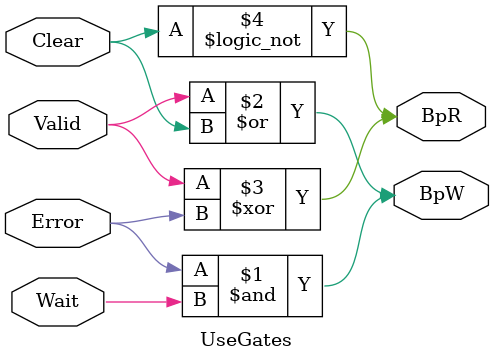
<source format=v>
`timescale 1ns / 1ps
module UseGates(BpW,BpR,Error,Wait,Clear,Valid);
input Error, Wait, Valid,Clear;
output BpW, BpR;
wor BpW;
wand BpR;

assign BpW = Error & Wait;
assign BpW = Valid | Clear;

assign BpR = Valid^Error;
assign BpR = !Clear;

endmodule

</source>
